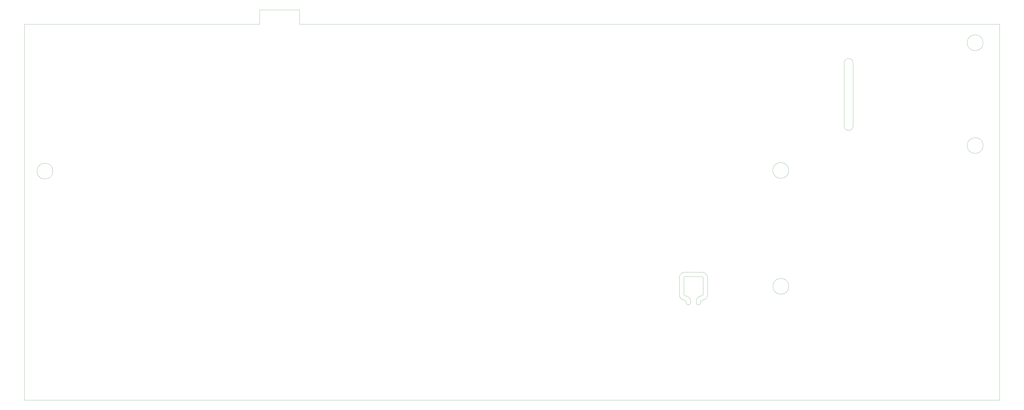
<source format=gm1>
G04 #@! TF.GenerationSoftware,KiCad,Pcbnew,7.0.1*
G04 #@! TF.CreationDate,2023-03-18T22:20:59+01:00*
G04 #@! TF.ProjectId,berlin,6265726c-696e-42e6-9b69-6361645f7063,0.7*
G04 #@! TF.SameCoordinates,Original*
G04 #@! TF.FileFunction,Profile,NP*
%FSLAX46Y46*%
G04 Gerber Fmt 4.6, Leading zero omitted, Abs format (unit mm)*
G04 Created by KiCad (PCBNEW 7.0.1) date 2023-03-18 22:20:59*
%MOMM*%
%LPD*%
G01*
G04 APERTURE LIST*
G04 #@! TA.AperFunction,Profile*
%ADD10C,0.050000*%
G04 #@! TD*
G04 #@! TA.AperFunction,Profile*
%ADD11C,0.100000*%
G04 #@! TD*
G04 APERTURE END LIST*
D10*
X400475000Y-79475000D02*
X400475000Y-51475000D01*
X323475000Y-146925000D02*
X323475000Y-154425000D01*
X326475000Y-157425000D02*
G75*
G03*
X325975000Y-156925000I-500000J0D01*
G01*
X332975000Y-157425000D02*
X332975000Y-157925000D01*
X326475000Y-157925000D02*
G75*
G03*
X328475000Y-157925000I1000000J0D01*
G01*
X328475000Y-157425000D02*
G75*
G03*
X325975000Y-154925000I-2500000J0D01*
G01*
X333975000Y-146925000D02*
G75*
G03*
X333475000Y-146425000I-500000J0D01*
G01*
D11*
X155078200Y-34265000D02*
X465405000Y-34245000D01*
X465390000Y-201265000D01*
X33209000Y-201265000D01*
X33209000Y-34260000D01*
X137425200Y-34260000D01*
X137425200Y-27910000D01*
X155078200Y-27910000D01*
X155078200Y-34265000D01*
D10*
X325475000Y-154425000D02*
G75*
G03*
X325975000Y-154925000I500000J0D01*
G01*
X330975000Y-157425000D02*
X330975000Y-157925000D01*
X45775000Y-99525000D02*
G75*
G03*
X45775000Y-99525000I-3500000J0D01*
G01*
X400475000Y-51475000D02*
G75*
G03*
X396475000Y-51475000I-2000000J-14336D01*
G01*
X333475000Y-154925000D02*
G75*
G03*
X330975000Y-157425000I0J-2500000D01*
G01*
X333475000Y-156925000D02*
G75*
G03*
X332975000Y-157425000I0J-500000D01*
G01*
X335975000Y-146925000D02*
X335975000Y-154425000D01*
X371975000Y-150725000D02*
G75*
G03*
X371975000Y-150725000I-3500000J0D01*
G01*
X333475000Y-144425000D02*
X325975000Y-144425000D01*
X325975000Y-144425000D02*
G75*
G03*
X323475000Y-146925000I0J-2500000D01*
G01*
X325475000Y-154425000D02*
X325475000Y-146925000D01*
X458095000Y-88169220D02*
G75*
G03*
X458095000Y-88169220I-3500000J0D01*
G01*
X396475000Y-51475000D02*
X396475000Y-79475000D01*
X333475000Y-156925000D02*
G75*
G03*
X335975000Y-154425000I0J2500000D01*
G01*
X326475000Y-157925000D02*
X326475000Y-157425000D01*
X328475000Y-157925000D02*
X328475000Y-157425000D01*
X333975000Y-146925000D02*
X333975000Y-154425000D01*
X396475000Y-79475000D02*
G75*
G03*
X400475000Y-79475000I2000000J0D01*
G01*
X371925000Y-99225000D02*
G75*
G03*
X371925000Y-99225000I-3500000J0D01*
G01*
X323475000Y-154425000D02*
G75*
G03*
X325975000Y-156925000I2500000J0D01*
G01*
X330975000Y-157925000D02*
G75*
G03*
X332975000Y-157925000I1000000J0D01*
G01*
X325975000Y-146425000D02*
G75*
G03*
X325475000Y-146925000I0J-500000D01*
G01*
X458098784Y-42515000D02*
G75*
G03*
X458098784Y-42515000I-3500000J0D01*
G01*
X333475000Y-154925000D02*
G75*
G03*
X333975000Y-154425000I0J500000D01*
G01*
X325975000Y-146425000D02*
X333475000Y-146425000D01*
X335975000Y-146925000D02*
G75*
G03*
X333475000Y-144425000I-2500000J0D01*
G01*
M02*

</source>
